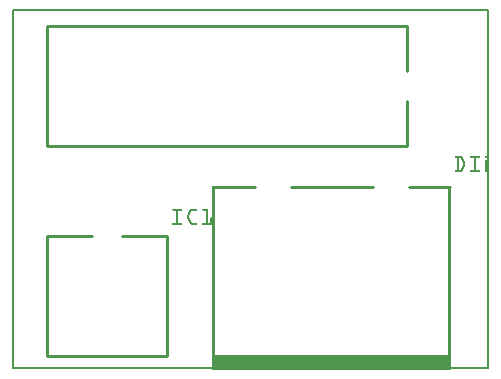
<source format=gto>
G04 MADE WITH FRITZING*
G04 WWW.FRITZING.ORG*
G04 DOUBLE SIDED*
G04 HOLES PLATED*
G04 CONTOUR ON CENTER OF CONTOUR VECTOR*
%ASAXBY*%
%FSLAX23Y23*%
%MOIN*%
%OFA0B0*%
%SFA1.0B1.0*%
%ADD10R,1.589550X1.201000X1.573550X1.185000*%
%ADD11C,0.008000*%
%ADD12C,0.010000*%
%ADD13C,0.015000*%
%ADD14R,0.001000X0.001000*%
%LNSILK1*%
G90*
G70*
G54D11*
X4Y1197D02*
X1586Y1197D01*
X1586Y4D01*
X4Y4D01*
X4Y1197D01*
D02*
G54D12*
X1316Y1146D02*
X116Y1146D01*
D02*
X116Y1146D02*
X116Y746D01*
D02*
X116Y746D02*
X1316Y746D01*
D02*
X1316Y1146D02*
X1316Y996D01*
D02*
X1316Y896D02*
X1316Y746D01*
D02*
X116Y446D02*
X116Y46D01*
D02*
X116Y46D02*
X516Y46D01*
D02*
X516Y46D02*
X516Y446D01*
D02*
X116Y446D02*
X266Y446D01*
D02*
X366Y446D02*
X516Y446D01*
D02*
X810Y610D02*
X673Y610D01*
D02*
X1460Y610D02*
X1322Y610D01*
D02*
X929Y610D02*
X1204Y610D01*
G54D13*
D02*
X678Y13D02*
X1455Y13D01*
D02*
X1455Y13D02*
X1455Y23D01*
D02*
X1455Y23D02*
X678Y23D01*
D02*
X678Y23D02*
X678Y33D01*
D02*
X678Y33D02*
X1455Y33D01*
D02*
X1455Y33D02*
X1455Y43D01*
D02*
X1455Y43D02*
X678Y43D01*
G54D14*
X1479Y712D02*
X1496Y712D01*
X1529Y712D02*
X1559Y712D01*
X1577Y712D02*
X1586Y712D01*
X1478Y711D02*
X1498Y711D01*
X1528Y711D02*
X1560Y711D01*
X1577Y711D02*
X1586Y711D01*
X1478Y710D02*
X1499Y710D01*
X1528Y710D02*
X1561Y710D01*
X1577Y710D02*
X1587Y710D01*
X1477Y709D02*
X1500Y709D01*
X1527Y709D02*
X1561Y709D01*
X1577Y709D02*
X1587Y709D01*
X1478Y708D02*
X1501Y708D01*
X1528Y708D02*
X1561Y708D01*
X1577Y708D02*
X1588Y708D01*
X1478Y707D02*
X1502Y707D01*
X1528Y707D02*
X1560Y707D01*
X1577Y707D02*
X1588Y707D01*
X1479Y706D02*
X1502Y706D01*
X1529Y706D02*
X1559Y706D01*
X1577Y706D02*
X1588Y706D01*
X1484Y705D02*
X1490Y705D01*
X1495Y705D02*
X1503Y705D01*
X1541Y705D02*
X1547Y705D01*
X1577Y705D02*
X1589Y705D01*
X1484Y704D02*
X1490Y704D01*
X1497Y704D02*
X1503Y704D01*
X1541Y704D02*
X1547Y704D01*
X1577Y704D02*
X1589Y704D01*
X1484Y703D02*
X1490Y703D01*
X1497Y703D02*
X1504Y703D01*
X1541Y703D02*
X1547Y703D01*
X1484Y702D02*
X1490Y702D01*
X1498Y702D02*
X1504Y702D01*
X1541Y702D02*
X1547Y702D01*
X1484Y701D02*
X1490Y701D01*
X1498Y701D02*
X1505Y701D01*
X1541Y701D02*
X1547Y701D01*
X1484Y700D02*
X1490Y700D01*
X1499Y700D02*
X1505Y700D01*
X1541Y700D02*
X1547Y700D01*
X1484Y699D02*
X1490Y699D01*
X1499Y699D02*
X1506Y699D01*
X1541Y699D02*
X1547Y699D01*
X1484Y698D02*
X1490Y698D01*
X1500Y698D02*
X1506Y698D01*
X1541Y698D02*
X1547Y698D01*
X1577Y698D02*
X1583Y698D01*
X1484Y697D02*
X1490Y697D01*
X1500Y697D02*
X1507Y697D01*
X1541Y697D02*
X1547Y697D01*
X1577Y697D02*
X1583Y697D01*
X1484Y696D02*
X1490Y696D01*
X1501Y696D02*
X1507Y696D01*
X1541Y696D02*
X1547Y696D01*
X1577Y696D02*
X1583Y696D01*
X1484Y695D02*
X1490Y695D01*
X1501Y695D02*
X1508Y695D01*
X1541Y695D02*
X1547Y695D01*
X1577Y695D02*
X1583Y695D01*
X1484Y694D02*
X1490Y694D01*
X1502Y694D02*
X1508Y694D01*
X1541Y694D02*
X1547Y694D01*
X1577Y694D02*
X1583Y694D01*
X1484Y693D02*
X1490Y693D01*
X1502Y693D02*
X1509Y693D01*
X1541Y693D02*
X1547Y693D01*
X1577Y693D02*
X1583Y693D01*
X1484Y692D02*
X1490Y692D01*
X1503Y692D02*
X1509Y692D01*
X1541Y692D02*
X1547Y692D01*
X1577Y692D02*
X1583Y692D01*
X1484Y691D02*
X1490Y691D01*
X1503Y691D02*
X1510Y691D01*
X1541Y691D02*
X1547Y691D01*
X1577Y691D02*
X1583Y691D01*
X1484Y690D02*
X1490Y690D01*
X1504Y690D02*
X1510Y690D01*
X1541Y690D02*
X1547Y690D01*
X1577Y690D02*
X1583Y690D01*
X1484Y689D02*
X1490Y689D01*
X1504Y689D02*
X1511Y689D01*
X1541Y689D02*
X1547Y689D01*
X1577Y689D02*
X1583Y689D01*
X1484Y688D02*
X1490Y688D01*
X1505Y688D02*
X1511Y688D01*
X1541Y688D02*
X1547Y688D01*
X1577Y688D02*
X1583Y688D01*
X1484Y687D02*
X1490Y687D01*
X1505Y687D02*
X1511Y687D01*
X1541Y687D02*
X1547Y687D01*
X1577Y687D02*
X1583Y687D01*
X1484Y686D02*
X1490Y686D01*
X1505Y686D02*
X1511Y686D01*
X1541Y686D02*
X1547Y686D01*
X1577Y686D02*
X1583Y686D01*
X1484Y685D02*
X1490Y685D01*
X1505Y685D02*
X1511Y685D01*
X1541Y685D02*
X1547Y685D01*
X1577Y685D02*
X1583Y685D01*
X1484Y684D02*
X1490Y684D01*
X1505Y684D02*
X1511Y684D01*
X1541Y684D02*
X1547Y684D01*
X1577Y684D02*
X1583Y684D01*
X1484Y683D02*
X1490Y683D01*
X1505Y683D02*
X1511Y683D01*
X1541Y683D02*
X1547Y683D01*
X1577Y683D02*
X1583Y683D01*
X1484Y682D02*
X1490Y682D01*
X1504Y682D02*
X1511Y682D01*
X1541Y682D02*
X1547Y682D01*
X1577Y682D02*
X1583Y682D01*
X1484Y681D02*
X1490Y681D01*
X1504Y681D02*
X1510Y681D01*
X1541Y681D02*
X1547Y681D01*
X1577Y681D02*
X1583Y681D01*
X1484Y680D02*
X1490Y680D01*
X1503Y680D02*
X1510Y680D01*
X1541Y680D02*
X1547Y680D01*
X1577Y680D02*
X1583Y680D01*
X1484Y679D02*
X1490Y679D01*
X1503Y679D02*
X1510Y679D01*
X1541Y679D02*
X1547Y679D01*
X1577Y679D02*
X1583Y679D01*
X1484Y678D02*
X1490Y678D01*
X1502Y678D02*
X1509Y678D01*
X1541Y678D02*
X1547Y678D01*
X1577Y678D02*
X1583Y678D01*
X1484Y677D02*
X1490Y677D01*
X1502Y677D02*
X1509Y677D01*
X1541Y677D02*
X1547Y677D01*
X1577Y677D02*
X1583Y677D01*
X1484Y676D02*
X1490Y676D01*
X1501Y676D02*
X1508Y676D01*
X1541Y676D02*
X1547Y676D01*
X1577Y676D02*
X1583Y676D01*
X1484Y675D02*
X1490Y675D01*
X1501Y675D02*
X1508Y675D01*
X1541Y675D02*
X1547Y675D01*
X1577Y675D02*
X1583Y675D01*
X1484Y674D02*
X1490Y674D01*
X1500Y674D02*
X1507Y674D01*
X1541Y674D02*
X1547Y674D01*
X1577Y674D02*
X1583Y674D01*
X1484Y673D02*
X1490Y673D01*
X1500Y673D02*
X1507Y673D01*
X1541Y673D02*
X1547Y673D01*
X1577Y673D02*
X1583Y673D01*
X1484Y672D02*
X1490Y672D01*
X1499Y672D02*
X1506Y672D01*
X1541Y672D02*
X1547Y672D01*
X1577Y672D02*
X1583Y672D01*
X1484Y671D02*
X1490Y671D01*
X1499Y671D02*
X1506Y671D01*
X1541Y671D02*
X1547Y671D01*
X1577Y671D02*
X1583Y671D01*
X1484Y670D02*
X1490Y670D01*
X1498Y670D02*
X1505Y670D01*
X1541Y670D02*
X1547Y670D01*
X1577Y670D02*
X1583Y670D01*
X1484Y669D02*
X1490Y669D01*
X1498Y669D02*
X1505Y669D01*
X1541Y669D02*
X1547Y669D01*
X1577Y669D02*
X1583Y669D01*
X1484Y668D02*
X1490Y668D01*
X1497Y668D02*
X1504Y668D01*
X1541Y668D02*
X1547Y668D01*
X1577Y668D02*
X1583Y668D01*
X1484Y667D02*
X1490Y667D01*
X1497Y667D02*
X1504Y667D01*
X1541Y667D02*
X1547Y667D01*
X1577Y667D02*
X1583Y667D01*
X1484Y666D02*
X1490Y666D01*
X1496Y666D02*
X1503Y666D01*
X1541Y666D02*
X1547Y666D01*
X1577Y666D02*
X1583Y666D01*
X1480Y665D02*
X1503Y665D01*
X1530Y665D02*
X1559Y665D01*
X1577Y665D02*
X1583Y665D01*
X1478Y664D02*
X1502Y664D01*
X1528Y664D02*
X1560Y664D01*
X1577Y664D02*
X1583Y664D01*
X1478Y663D02*
X1502Y663D01*
X1528Y663D02*
X1561Y663D01*
X1577Y663D02*
X1583Y663D01*
X1477Y662D02*
X1501Y662D01*
X1527Y662D02*
X1561Y662D01*
X1577Y662D02*
X1583Y662D01*
X1478Y661D02*
X1500Y661D01*
X1527Y661D02*
X1561Y661D01*
X1577Y661D02*
X1583Y661D01*
X1478Y660D02*
X1499Y660D01*
X1528Y660D02*
X1560Y660D01*
X1578Y660D02*
X1583Y660D01*
X1479Y659D02*
X1497Y659D01*
X1529Y659D02*
X1560Y659D01*
X1579Y659D02*
X1582Y659D01*
X667Y610D02*
X676Y610D01*
X1455Y610D02*
X1464Y610D01*
X667Y609D02*
X676Y609D01*
X1455Y609D02*
X1464Y609D01*
X667Y608D02*
X676Y608D01*
X1455Y608D02*
X1464Y608D01*
X667Y607D02*
X676Y607D01*
X1455Y607D02*
X1464Y607D01*
X667Y606D02*
X676Y606D01*
X1455Y606D02*
X1464Y606D01*
X667Y605D02*
X676Y605D01*
X1455Y605D02*
X1464Y605D01*
X667Y604D02*
X676Y604D01*
X1455Y604D02*
X1464Y604D01*
X667Y603D02*
X676Y603D01*
X1455Y603D02*
X1464Y603D01*
X667Y602D02*
X676Y602D01*
X1455Y602D02*
X1464Y602D01*
X667Y601D02*
X676Y601D01*
X1455Y601D02*
X1464Y601D01*
X667Y600D02*
X676Y600D01*
X1455Y600D02*
X1464Y600D01*
X667Y599D02*
X676Y599D01*
X1455Y599D02*
X1464Y599D01*
X667Y598D02*
X676Y598D01*
X1455Y598D02*
X1464Y598D01*
X667Y597D02*
X676Y597D01*
X1455Y597D02*
X1464Y597D01*
X667Y596D02*
X676Y596D01*
X1455Y596D02*
X1464Y596D01*
X667Y595D02*
X676Y595D01*
X1455Y595D02*
X1464Y595D01*
X667Y594D02*
X676Y594D01*
X1455Y594D02*
X1464Y594D01*
X667Y593D02*
X676Y593D01*
X1455Y593D02*
X1464Y593D01*
X667Y592D02*
X676Y592D01*
X1455Y592D02*
X1464Y592D01*
X667Y591D02*
X676Y591D01*
X1455Y591D02*
X1464Y591D01*
X667Y590D02*
X676Y590D01*
X1455Y590D02*
X1464Y590D01*
X667Y589D02*
X676Y589D01*
X1455Y589D02*
X1464Y589D01*
X667Y588D02*
X676Y588D01*
X1455Y588D02*
X1464Y588D01*
X667Y587D02*
X676Y587D01*
X1455Y587D02*
X1464Y587D01*
X667Y586D02*
X676Y586D01*
X1455Y586D02*
X1464Y586D01*
X667Y585D02*
X676Y585D01*
X1455Y585D02*
X1464Y585D01*
X667Y584D02*
X676Y584D01*
X1455Y584D02*
X1464Y584D01*
X667Y583D02*
X676Y583D01*
X1455Y583D02*
X1464Y583D01*
X667Y582D02*
X676Y582D01*
X1455Y582D02*
X1464Y582D01*
X667Y581D02*
X676Y581D01*
X1455Y581D02*
X1464Y581D01*
X667Y580D02*
X676Y580D01*
X1455Y580D02*
X1464Y580D01*
X667Y579D02*
X676Y579D01*
X1455Y579D02*
X1464Y579D01*
X667Y578D02*
X676Y578D01*
X1455Y578D02*
X1464Y578D01*
X667Y577D02*
X676Y577D01*
X1455Y577D02*
X1464Y577D01*
X667Y576D02*
X676Y576D01*
X1455Y576D02*
X1464Y576D01*
X667Y575D02*
X676Y575D01*
X1455Y575D02*
X1464Y575D01*
X667Y574D02*
X676Y574D01*
X1455Y574D02*
X1464Y574D01*
X667Y573D02*
X676Y573D01*
X1455Y573D02*
X1464Y573D01*
X667Y572D02*
X676Y572D01*
X1455Y572D02*
X1464Y572D01*
X667Y571D02*
X676Y571D01*
X1455Y571D02*
X1464Y571D01*
X667Y570D02*
X676Y570D01*
X1455Y570D02*
X1464Y570D01*
X667Y569D02*
X676Y569D01*
X1455Y569D02*
X1464Y569D01*
X667Y568D02*
X676Y568D01*
X1455Y568D02*
X1464Y568D01*
X667Y567D02*
X676Y567D01*
X1455Y567D02*
X1464Y567D01*
X667Y566D02*
X676Y566D01*
X1455Y566D02*
X1464Y566D01*
X667Y565D02*
X676Y565D01*
X1455Y565D02*
X1464Y565D01*
X667Y564D02*
X676Y564D01*
X1455Y564D02*
X1464Y564D01*
X667Y563D02*
X676Y563D01*
X1455Y563D02*
X1464Y563D01*
X667Y562D02*
X676Y562D01*
X1455Y562D02*
X1464Y562D01*
X667Y561D02*
X676Y561D01*
X1455Y561D02*
X1464Y561D01*
X667Y560D02*
X676Y560D01*
X1455Y560D02*
X1464Y560D01*
X667Y559D02*
X676Y559D01*
X1455Y559D02*
X1464Y559D01*
X667Y558D02*
X676Y558D01*
X1455Y558D02*
X1464Y558D01*
X667Y557D02*
X676Y557D01*
X1455Y557D02*
X1464Y557D01*
X667Y556D02*
X676Y556D01*
X1455Y556D02*
X1464Y556D01*
X667Y555D02*
X676Y555D01*
X1455Y555D02*
X1464Y555D01*
X667Y554D02*
X676Y554D01*
X1455Y554D02*
X1464Y554D01*
X667Y553D02*
X676Y553D01*
X1455Y553D02*
X1464Y553D01*
X667Y552D02*
X676Y552D01*
X1455Y552D02*
X1464Y552D01*
X667Y551D02*
X676Y551D01*
X1455Y551D02*
X1464Y551D01*
X667Y550D02*
X676Y550D01*
X1455Y550D02*
X1464Y550D01*
X667Y549D02*
X676Y549D01*
X1455Y549D02*
X1464Y549D01*
X667Y548D02*
X676Y548D01*
X1455Y548D02*
X1464Y548D01*
X667Y547D02*
X676Y547D01*
X1455Y547D02*
X1464Y547D01*
X667Y546D02*
X676Y546D01*
X1455Y546D02*
X1464Y546D01*
X667Y545D02*
X676Y545D01*
X1455Y545D02*
X1464Y545D01*
X667Y544D02*
X676Y544D01*
X1455Y544D02*
X1464Y544D01*
X667Y543D02*
X676Y543D01*
X1455Y543D02*
X1464Y543D01*
X667Y542D02*
X676Y542D01*
X1455Y542D02*
X1464Y542D01*
X667Y541D02*
X676Y541D01*
X1455Y541D02*
X1464Y541D01*
X667Y540D02*
X676Y540D01*
X1455Y540D02*
X1464Y540D01*
X667Y539D02*
X676Y539D01*
X1455Y539D02*
X1464Y539D01*
X667Y538D02*
X676Y538D01*
X1455Y538D02*
X1464Y538D01*
X667Y537D02*
X676Y537D01*
X1455Y537D02*
X1464Y537D01*
X536Y536D02*
X566Y536D01*
X599Y536D02*
X616Y536D01*
X636Y536D02*
X654Y536D01*
X667Y536D02*
X676Y536D01*
X1455Y536D02*
X1464Y536D01*
X535Y535D02*
X567Y535D01*
X597Y535D02*
X617Y535D01*
X635Y535D02*
X654Y535D01*
X667Y535D02*
X676Y535D01*
X1455Y535D02*
X1464Y535D01*
X534Y534D02*
X567Y534D01*
X595Y534D02*
X617Y534D01*
X634Y534D02*
X654Y534D01*
X667Y534D02*
X676Y534D01*
X1455Y534D02*
X1464Y534D01*
X534Y533D02*
X568Y533D01*
X594Y533D02*
X618Y533D01*
X634Y533D02*
X654Y533D01*
X667Y533D02*
X676Y533D01*
X1455Y533D02*
X1464Y533D01*
X534Y532D02*
X567Y532D01*
X593Y532D02*
X617Y532D01*
X634Y532D02*
X654Y532D01*
X667Y532D02*
X676Y532D01*
X1455Y532D02*
X1464Y532D01*
X535Y531D02*
X567Y531D01*
X593Y531D02*
X617Y531D01*
X635Y531D02*
X654Y531D01*
X667Y531D02*
X676Y531D01*
X1455Y531D02*
X1464Y531D01*
X536Y530D02*
X566Y530D01*
X592Y530D02*
X616Y530D01*
X636Y530D02*
X654Y530D01*
X667Y530D02*
X676Y530D01*
X1455Y530D02*
X1464Y530D01*
X548Y529D02*
X554Y529D01*
X592Y529D02*
X599Y529D01*
X648Y529D02*
X654Y529D01*
X667Y529D02*
X676Y529D01*
X1455Y529D02*
X1464Y529D01*
X548Y528D02*
X554Y528D01*
X591Y528D02*
X598Y528D01*
X648Y528D02*
X654Y528D01*
X667Y528D02*
X676Y528D01*
X1455Y528D02*
X1464Y528D01*
X548Y527D02*
X554Y527D01*
X591Y527D02*
X598Y527D01*
X648Y527D02*
X654Y527D01*
X667Y527D02*
X676Y527D01*
X1455Y527D02*
X1464Y527D01*
X548Y526D02*
X554Y526D01*
X590Y526D02*
X597Y526D01*
X648Y526D02*
X654Y526D01*
X667Y526D02*
X676Y526D01*
X1455Y526D02*
X1464Y526D01*
X548Y525D02*
X554Y525D01*
X590Y525D02*
X597Y525D01*
X648Y525D02*
X654Y525D01*
X667Y525D02*
X676Y525D01*
X1455Y525D02*
X1464Y525D01*
X548Y524D02*
X554Y524D01*
X589Y524D02*
X596Y524D01*
X648Y524D02*
X654Y524D01*
X667Y524D02*
X676Y524D01*
X1455Y524D02*
X1464Y524D01*
X548Y523D02*
X554Y523D01*
X589Y523D02*
X596Y523D01*
X648Y523D02*
X654Y523D01*
X667Y523D02*
X676Y523D01*
X1455Y523D02*
X1464Y523D01*
X548Y522D02*
X554Y522D01*
X588Y522D02*
X595Y522D01*
X648Y522D02*
X654Y522D01*
X667Y522D02*
X676Y522D01*
X1455Y522D02*
X1464Y522D01*
X548Y521D02*
X554Y521D01*
X588Y521D02*
X595Y521D01*
X648Y521D02*
X654Y521D01*
X667Y521D02*
X676Y521D01*
X1455Y521D02*
X1464Y521D01*
X548Y520D02*
X554Y520D01*
X587Y520D02*
X594Y520D01*
X648Y520D02*
X654Y520D01*
X667Y520D02*
X676Y520D01*
X1455Y520D02*
X1464Y520D01*
X548Y519D02*
X554Y519D01*
X587Y519D02*
X594Y519D01*
X648Y519D02*
X654Y519D01*
X667Y519D02*
X676Y519D01*
X1455Y519D02*
X1464Y519D01*
X548Y518D02*
X554Y518D01*
X586Y518D02*
X593Y518D01*
X648Y518D02*
X654Y518D01*
X667Y518D02*
X676Y518D01*
X1455Y518D02*
X1464Y518D01*
X548Y517D02*
X554Y517D01*
X586Y517D02*
X593Y517D01*
X648Y517D02*
X654Y517D01*
X667Y517D02*
X676Y517D01*
X1455Y517D02*
X1464Y517D01*
X548Y516D02*
X554Y516D01*
X585Y516D02*
X592Y516D01*
X648Y516D02*
X654Y516D01*
X667Y516D02*
X676Y516D01*
X1455Y516D02*
X1464Y516D01*
X548Y515D02*
X554Y515D01*
X585Y515D02*
X592Y515D01*
X648Y515D02*
X654Y515D01*
X667Y515D02*
X676Y515D01*
X1455Y515D02*
X1464Y515D01*
X548Y514D02*
X554Y514D01*
X585Y514D02*
X591Y514D01*
X648Y514D02*
X654Y514D01*
X667Y514D02*
X676Y514D01*
X1455Y514D02*
X1464Y514D01*
X548Y513D02*
X554Y513D01*
X584Y513D02*
X591Y513D01*
X648Y513D02*
X654Y513D01*
X667Y513D02*
X676Y513D01*
X1455Y513D02*
X1464Y513D01*
X548Y512D02*
X554Y512D01*
X584Y512D02*
X590Y512D01*
X648Y512D02*
X654Y512D01*
X667Y512D02*
X676Y512D01*
X1455Y512D02*
X1464Y512D01*
X548Y511D02*
X554Y511D01*
X584Y511D02*
X590Y511D01*
X648Y511D02*
X654Y511D01*
X667Y511D02*
X676Y511D01*
X1455Y511D02*
X1464Y511D01*
X548Y510D02*
X554Y510D01*
X584Y510D02*
X590Y510D01*
X648Y510D02*
X654Y510D01*
X667Y510D02*
X676Y510D01*
X1455Y510D02*
X1464Y510D01*
X548Y509D02*
X554Y509D01*
X584Y509D02*
X590Y509D01*
X648Y509D02*
X654Y509D01*
X667Y509D02*
X676Y509D01*
X1455Y509D02*
X1464Y509D01*
X548Y508D02*
X554Y508D01*
X584Y508D02*
X590Y508D01*
X648Y508D02*
X654Y508D01*
X667Y508D02*
X676Y508D01*
X1455Y508D02*
X1464Y508D01*
X548Y507D02*
X554Y507D01*
X584Y507D02*
X590Y507D01*
X648Y507D02*
X654Y507D01*
X664Y507D02*
X665Y507D01*
X667Y507D02*
X676Y507D01*
X1455Y507D02*
X1464Y507D01*
X548Y506D02*
X554Y506D01*
X584Y506D02*
X591Y506D01*
X648Y506D02*
X654Y506D01*
X663Y506D02*
X676Y506D01*
X1455Y506D02*
X1464Y506D01*
X548Y505D02*
X554Y505D01*
X585Y505D02*
X591Y505D01*
X648Y505D02*
X654Y505D01*
X662Y505D02*
X676Y505D01*
X1455Y505D02*
X1464Y505D01*
X548Y504D02*
X554Y504D01*
X585Y504D02*
X592Y504D01*
X648Y504D02*
X654Y504D01*
X662Y504D02*
X676Y504D01*
X1455Y504D02*
X1464Y504D01*
X548Y503D02*
X554Y503D01*
X585Y503D02*
X592Y503D01*
X648Y503D02*
X654Y503D01*
X662Y503D02*
X676Y503D01*
X1455Y503D02*
X1464Y503D01*
X548Y502D02*
X554Y502D01*
X586Y502D02*
X593Y502D01*
X648Y502D02*
X654Y502D01*
X662Y502D02*
X676Y502D01*
X1455Y502D02*
X1464Y502D01*
X548Y501D02*
X554Y501D01*
X586Y501D02*
X593Y501D01*
X648Y501D02*
X654Y501D01*
X662Y501D02*
X676Y501D01*
X1455Y501D02*
X1464Y501D01*
X548Y500D02*
X554Y500D01*
X587Y500D02*
X594Y500D01*
X648Y500D02*
X654Y500D01*
X662Y500D02*
X676Y500D01*
X1455Y500D02*
X1464Y500D01*
X548Y499D02*
X554Y499D01*
X587Y499D02*
X594Y499D01*
X648Y499D02*
X654Y499D01*
X662Y499D02*
X676Y499D01*
X1455Y499D02*
X1464Y499D01*
X548Y498D02*
X554Y498D01*
X588Y498D02*
X595Y498D01*
X648Y498D02*
X654Y498D01*
X662Y498D02*
X676Y498D01*
X1455Y498D02*
X1464Y498D01*
X548Y497D02*
X554Y497D01*
X588Y497D02*
X595Y497D01*
X648Y497D02*
X654Y497D01*
X662Y497D02*
X676Y497D01*
X1455Y497D02*
X1464Y497D01*
X548Y496D02*
X554Y496D01*
X589Y496D02*
X596Y496D01*
X648Y496D02*
X654Y496D01*
X662Y496D02*
X676Y496D01*
X1455Y496D02*
X1464Y496D01*
X548Y495D02*
X554Y495D01*
X589Y495D02*
X596Y495D01*
X648Y495D02*
X654Y495D01*
X662Y495D02*
X676Y495D01*
X1455Y495D02*
X1464Y495D01*
X548Y494D02*
X554Y494D01*
X590Y494D02*
X597Y494D01*
X648Y494D02*
X654Y494D01*
X662Y494D02*
X676Y494D01*
X1455Y494D02*
X1464Y494D01*
X548Y493D02*
X554Y493D01*
X590Y493D02*
X597Y493D01*
X648Y493D02*
X654Y493D01*
X662Y493D02*
X676Y493D01*
X1455Y493D02*
X1464Y493D01*
X548Y492D02*
X554Y492D01*
X591Y492D02*
X598Y492D01*
X648Y492D02*
X654Y492D01*
X662Y492D02*
X676Y492D01*
X1455Y492D02*
X1464Y492D01*
X548Y491D02*
X554Y491D01*
X591Y491D02*
X598Y491D01*
X648Y491D02*
X654Y491D01*
X662Y491D02*
X676Y491D01*
X1455Y491D02*
X1464Y491D01*
X548Y490D02*
X554Y490D01*
X592Y490D02*
X599Y490D01*
X648Y490D02*
X654Y490D01*
X662Y490D02*
X676Y490D01*
X1455Y490D02*
X1464Y490D01*
X536Y489D02*
X566Y489D01*
X592Y489D02*
X616Y489D01*
X636Y489D02*
X676Y489D01*
X1455Y489D02*
X1464Y489D01*
X535Y488D02*
X567Y488D01*
X593Y488D02*
X617Y488D01*
X635Y488D02*
X676Y488D01*
X1455Y488D02*
X1464Y488D01*
X534Y487D02*
X567Y487D01*
X593Y487D02*
X617Y487D01*
X634Y487D02*
X676Y487D01*
X1455Y487D02*
X1464Y487D01*
X534Y486D02*
X568Y486D01*
X594Y486D02*
X618Y486D01*
X634Y486D02*
X676Y486D01*
X1455Y486D02*
X1464Y486D01*
X534Y485D02*
X568Y485D01*
X595Y485D02*
X617Y485D01*
X634Y485D02*
X676Y485D01*
X1455Y485D02*
X1464Y485D01*
X535Y484D02*
X567Y484D01*
X597Y484D02*
X617Y484D01*
X635Y484D02*
X676Y484D01*
X1455Y484D02*
X1464Y484D01*
X535Y483D02*
X566Y483D01*
X598Y483D02*
X616Y483D01*
X635Y483D02*
X676Y483D01*
X1455Y483D02*
X1464Y483D01*
X667Y482D02*
X676Y482D01*
X1455Y482D02*
X1464Y482D01*
X667Y481D02*
X676Y481D01*
X1455Y481D02*
X1464Y481D01*
X667Y480D02*
X676Y480D01*
X1455Y480D02*
X1464Y480D01*
X667Y479D02*
X676Y479D01*
X1455Y479D02*
X1464Y479D01*
X667Y478D02*
X676Y478D01*
X1455Y478D02*
X1464Y478D01*
X667Y477D02*
X676Y477D01*
X1455Y477D02*
X1464Y477D01*
X667Y476D02*
X676Y476D01*
X1455Y476D02*
X1464Y476D01*
X667Y475D02*
X676Y475D01*
X1455Y475D02*
X1464Y475D01*
X667Y474D02*
X676Y474D01*
X1455Y474D02*
X1464Y474D01*
X667Y473D02*
X676Y473D01*
X1455Y473D02*
X1464Y473D01*
X667Y472D02*
X676Y472D01*
X1455Y472D02*
X1464Y472D01*
X667Y471D02*
X676Y471D01*
X1455Y471D02*
X1464Y471D01*
X667Y470D02*
X676Y470D01*
X1455Y470D02*
X1464Y470D01*
X667Y469D02*
X676Y469D01*
X1455Y469D02*
X1464Y469D01*
X667Y468D02*
X676Y468D01*
X1455Y468D02*
X1464Y468D01*
X667Y467D02*
X676Y467D01*
X1455Y467D02*
X1464Y467D01*
X667Y466D02*
X676Y466D01*
X1455Y466D02*
X1464Y466D01*
X667Y465D02*
X676Y465D01*
X1455Y465D02*
X1464Y465D01*
X667Y464D02*
X676Y464D01*
X1455Y464D02*
X1464Y464D01*
X667Y463D02*
X676Y463D01*
X1455Y463D02*
X1464Y463D01*
X667Y462D02*
X676Y462D01*
X1455Y462D02*
X1464Y462D01*
X667Y461D02*
X676Y461D01*
X1455Y461D02*
X1464Y461D01*
X667Y460D02*
X676Y460D01*
X1455Y460D02*
X1464Y460D01*
X667Y459D02*
X676Y459D01*
X1455Y459D02*
X1464Y459D01*
X667Y458D02*
X676Y458D01*
X1455Y458D02*
X1464Y458D01*
X667Y457D02*
X676Y457D01*
X1455Y457D02*
X1464Y457D01*
X667Y456D02*
X676Y456D01*
X1455Y456D02*
X1464Y456D01*
X667Y455D02*
X676Y455D01*
X1455Y455D02*
X1464Y455D01*
X667Y454D02*
X676Y454D01*
X1455Y454D02*
X1464Y454D01*
X667Y453D02*
X676Y453D01*
X1455Y453D02*
X1464Y453D01*
X667Y452D02*
X676Y452D01*
X1455Y452D02*
X1464Y452D01*
X667Y451D02*
X676Y451D01*
X1455Y451D02*
X1464Y451D01*
X667Y450D02*
X676Y450D01*
X1455Y450D02*
X1464Y450D01*
X667Y449D02*
X676Y449D01*
X1455Y449D02*
X1464Y449D01*
X667Y448D02*
X676Y448D01*
X1455Y448D02*
X1464Y448D01*
X667Y447D02*
X676Y447D01*
X1455Y447D02*
X1464Y447D01*
X667Y446D02*
X676Y446D01*
X1455Y446D02*
X1464Y446D01*
X667Y445D02*
X676Y445D01*
X1455Y445D02*
X1464Y445D01*
X667Y444D02*
X676Y444D01*
X1455Y444D02*
X1464Y444D01*
X667Y443D02*
X676Y443D01*
X1455Y443D02*
X1464Y443D01*
X667Y442D02*
X676Y442D01*
X1455Y442D02*
X1464Y442D01*
X667Y441D02*
X676Y441D01*
X1455Y441D02*
X1464Y441D01*
X667Y440D02*
X676Y440D01*
X1455Y440D02*
X1464Y440D01*
X667Y439D02*
X676Y439D01*
X1455Y439D02*
X1464Y439D01*
X667Y438D02*
X676Y438D01*
X1455Y438D02*
X1464Y438D01*
X667Y437D02*
X676Y437D01*
X1455Y437D02*
X1464Y437D01*
X667Y436D02*
X676Y436D01*
X1455Y436D02*
X1464Y436D01*
X667Y435D02*
X676Y435D01*
X1455Y435D02*
X1464Y435D01*
X667Y434D02*
X676Y434D01*
X1455Y434D02*
X1464Y434D01*
X667Y433D02*
X676Y433D01*
X1455Y433D02*
X1464Y433D01*
X667Y432D02*
X676Y432D01*
X1455Y432D02*
X1464Y432D01*
X667Y431D02*
X676Y431D01*
X1455Y431D02*
X1464Y431D01*
X667Y430D02*
X676Y430D01*
X1455Y430D02*
X1464Y430D01*
X667Y429D02*
X676Y429D01*
X1455Y429D02*
X1464Y429D01*
X667Y428D02*
X676Y428D01*
X1455Y428D02*
X1464Y428D01*
X667Y427D02*
X676Y427D01*
X1455Y427D02*
X1464Y427D01*
X667Y426D02*
X676Y426D01*
X1455Y426D02*
X1464Y426D01*
X667Y425D02*
X676Y425D01*
X1455Y425D02*
X1464Y425D01*
X667Y424D02*
X676Y424D01*
X1455Y424D02*
X1464Y424D01*
X667Y423D02*
X676Y423D01*
X1455Y423D02*
X1464Y423D01*
X667Y422D02*
X676Y422D01*
X1455Y422D02*
X1464Y422D01*
X667Y421D02*
X676Y421D01*
X1455Y421D02*
X1464Y421D01*
X667Y420D02*
X676Y420D01*
X1455Y420D02*
X1464Y420D01*
X667Y419D02*
X676Y419D01*
X1455Y419D02*
X1464Y419D01*
X667Y418D02*
X676Y418D01*
X1455Y418D02*
X1464Y418D01*
X667Y417D02*
X676Y417D01*
X1455Y417D02*
X1464Y417D01*
X667Y416D02*
X676Y416D01*
X1455Y416D02*
X1464Y416D01*
X667Y415D02*
X676Y415D01*
X1455Y415D02*
X1464Y415D01*
X667Y414D02*
X676Y414D01*
X1455Y414D02*
X1464Y414D01*
X667Y413D02*
X676Y413D01*
X1455Y413D02*
X1464Y413D01*
X667Y412D02*
X676Y412D01*
X1455Y412D02*
X1464Y412D01*
X667Y411D02*
X676Y411D01*
X1455Y411D02*
X1464Y411D01*
X667Y410D02*
X676Y410D01*
X1455Y410D02*
X1464Y410D01*
X667Y409D02*
X676Y409D01*
X1455Y409D02*
X1464Y409D01*
X667Y408D02*
X676Y408D01*
X1455Y408D02*
X1464Y408D01*
X667Y407D02*
X676Y407D01*
X1455Y407D02*
X1464Y407D01*
X667Y406D02*
X676Y406D01*
X1455Y406D02*
X1464Y406D01*
X667Y405D02*
X676Y405D01*
X1455Y405D02*
X1464Y405D01*
X667Y404D02*
X676Y404D01*
X1455Y404D02*
X1464Y404D01*
X667Y403D02*
X676Y403D01*
X1455Y403D02*
X1464Y403D01*
X667Y402D02*
X676Y402D01*
X1455Y402D02*
X1464Y402D01*
X667Y401D02*
X676Y401D01*
X1455Y401D02*
X1464Y401D01*
X667Y400D02*
X676Y400D01*
X1455Y400D02*
X1464Y400D01*
X667Y399D02*
X676Y399D01*
X1455Y399D02*
X1464Y399D01*
X667Y398D02*
X676Y398D01*
X1455Y398D02*
X1464Y398D01*
X667Y397D02*
X676Y397D01*
X1455Y397D02*
X1464Y397D01*
X667Y396D02*
X676Y396D01*
X1455Y396D02*
X1464Y396D01*
X667Y395D02*
X676Y395D01*
X1455Y395D02*
X1464Y395D01*
X667Y394D02*
X676Y394D01*
X1455Y394D02*
X1464Y394D01*
X667Y393D02*
X676Y393D01*
X1455Y393D02*
X1464Y393D01*
X667Y392D02*
X676Y392D01*
X1455Y392D02*
X1464Y392D01*
X667Y391D02*
X676Y391D01*
X1455Y391D02*
X1464Y391D01*
X667Y390D02*
X676Y390D01*
X1455Y390D02*
X1464Y390D01*
X667Y389D02*
X676Y389D01*
X1455Y389D02*
X1464Y389D01*
X667Y388D02*
X676Y388D01*
X1455Y388D02*
X1464Y388D01*
X667Y387D02*
X676Y387D01*
X1455Y387D02*
X1464Y387D01*
X667Y386D02*
X676Y386D01*
X1455Y386D02*
X1464Y386D01*
X667Y385D02*
X676Y385D01*
X1455Y385D02*
X1464Y385D01*
X667Y384D02*
X676Y384D01*
X1455Y384D02*
X1464Y384D01*
X667Y383D02*
X676Y383D01*
X1455Y383D02*
X1464Y383D01*
X667Y382D02*
X676Y382D01*
X1455Y382D02*
X1464Y382D01*
X667Y381D02*
X676Y381D01*
X1455Y381D02*
X1464Y381D01*
X667Y380D02*
X676Y380D01*
X1455Y380D02*
X1464Y380D01*
X667Y379D02*
X676Y379D01*
X1455Y379D02*
X1464Y379D01*
X667Y378D02*
X676Y378D01*
X1455Y378D02*
X1464Y378D01*
X667Y377D02*
X676Y377D01*
X1455Y377D02*
X1464Y377D01*
X667Y376D02*
X676Y376D01*
X1455Y376D02*
X1464Y376D01*
X667Y375D02*
X676Y375D01*
X1455Y375D02*
X1464Y375D01*
X667Y374D02*
X676Y374D01*
X1455Y374D02*
X1464Y374D01*
X667Y373D02*
X676Y373D01*
X1455Y373D02*
X1464Y373D01*
X667Y372D02*
X676Y372D01*
X1455Y372D02*
X1464Y372D01*
X667Y371D02*
X676Y371D01*
X1455Y371D02*
X1464Y371D01*
X667Y370D02*
X676Y370D01*
X1455Y370D02*
X1464Y370D01*
X667Y369D02*
X676Y369D01*
X1455Y369D02*
X1464Y369D01*
X667Y368D02*
X676Y368D01*
X1455Y368D02*
X1464Y368D01*
X667Y367D02*
X676Y367D01*
X1455Y367D02*
X1464Y367D01*
X667Y366D02*
X676Y366D01*
X1455Y366D02*
X1464Y366D01*
X667Y365D02*
X676Y365D01*
X1455Y365D02*
X1464Y365D01*
X667Y364D02*
X676Y364D01*
X1455Y364D02*
X1464Y364D01*
X667Y363D02*
X676Y363D01*
X1455Y363D02*
X1464Y363D01*
X667Y362D02*
X676Y362D01*
X1455Y362D02*
X1464Y362D01*
X667Y361D02*
X676Y361D01*
X1455Y361D02*
X1464Y361D01*
X667Y360D02*
X676Y360D01*
X1455Y360D02*
X1464Y360D01*
X667Y359D02*
X676Y359D01*
X1455Y359D02*
X1464Y359D01*
X667Y358D02*
X676Y358D01*
X1455Y358D02*
X1464Y358D01*
X667Y357D02*
X676Y357D01*
X1455Y357D02*
X1464Y357D01*
X667Y356D02*
X676Y356D01*
X1455Y356D02*
X1464Y356D01*
X667Y355D02*
X676Y355D01*
X1455Y355D02*
X1464Y355D01*
X667Y354D02*
X676Y354D01*
X1455Y354D02*
X1464Y354D01*
X667Y353D02*
X676Y353D01*
X1455Y353D02*
X1464Y353D01*
X667Y352D02*
X676Y352D01*
X1455Y352D02*
X1464Y352D01*
X667Y351D02*
X676Y351D01*
X1455Y351D02*
X1464Y351D01*
X667Y350D02*
X676Y350D01*
X1455Y350D02*
X1464Y350D01*
X667Y349D02*
X676Y349D01*
X1455Y349D02*
X1464Y349D01*
X667Y348D02*
X676Y348D01*
X1455Y348D02*
X1464Y348D01*
X667Y347D02*
X676Y347D01*
X1455Y347D02*
X1464Y347D01*
X667Y346D02*
X676Y346D01*
X1455Y346D02*
X1464Y346D01*
X667Y345D02*
X676Y345D01*
X1455Y345D02*
X1464Y345D01*
X667Y344D02*
X676Y344D01*
X1455Y344D02*
X1464Y344D01*
X667Y343D02*
X676Y343D01*
X1455Y343D02*
X1464Y343D01*
X667Y342D02*
X676Y342D01*
X1455Y342D02*
X1464Y342D01*
X667Y341D02*
X676Y341D01*
X1455Y341D02*
X1464Y341D01*
X667Y340D02*
X676Y340D01*
X1455Y340D02*
X1464Y340D01*
X667Y339D02*
X676Y339D01*
X1455Y339D02*
X1464Y339D01*
X667Y338D02*
X676Y338D01*
X1455Y338D02*
X1464Y338D01*
X667Y337D02*
X676Y337D01*
X1455Y337D02*
X1464Y337D01*
X667Y336D02*
X676Y336D01*
X1455Y336D02*
X1464Y336D01*
X667Y335D02*
X676Y335D01*
X1455Y335D02*
X1464Y335D01*
X667Y334D02*
X676Y334D01*
X1455Y334D02*
X1464Y334D01*
X667Y333D02*
X676Y333D01*
X1455Y333D02*
X1464Y333D01*
X667Y332D02*
X676Y332D01*
X1455Y332D02*
X1464Y332D01*
X667Y331D02*
X676Y331D01*
X1455Y331D02*
X1464Y331D01*
X667Y330D02*
X676Y330D01*
X1455Y330D02*
X1464Y330D01*
X667Y329D02*
X676Y329D01*
X1455Y329D02*
X1464Y329D01*
X667Y328D02*
X676Y328D01*
X1455Y328D02*
X1464Y328D01*
X667Y327D02*
X676Y327D01*
X1455Y327D02*
X1464Y327D01*
X667Y326D02*
X676Y326D01*
X1455Y326D02*
X1464Y326D01*
X667Y325D02*
X676Y325D01*
X1455Y325D02*
X1464Y325D01*
X667Y324D02*
X676Y324D01*
X1455Y324D02*
X1464Y324D01*
X667Y323D02*
X676Y323D01*
X1455Y323D02*
X1464Y323D01*
X667Y322D02*
X676Y322D01*
X1455Y322D02*
X1464Y322D01*
X667Y321D02*
X676Y321D01*
X1455Y321D02*
X1464Y321D01*
X667Y320D02*
X676Y320D01*
X1455Y320D02*
X1464Y320D01*
X667Y319D02*
X676Y319D01*
X1455Y319D02*
X1464Y319D01*
X667Y318D02*
X676Y318D01*
X1455Y318D02*
X1464Y318D01*
X667Y317D02*
X676Y317D01*
X1455Y317D02*
X1464Y317D01*
X667Y316D02*
X676Y316D01*
X1455Y316D02*
X1464Y316D01*
X667Y315D02*
X676Y315D01*
X1455Y315D02*
X1464Y315D01*
X667Y314D02*
X676Y314D01*
X1455Y314D02*
X1464Y314D01*
X667Y313D02*
X676Y313D01*
X1455Y313D02*
X1464Y313D01*
X667Y312D02*
X676Y312D01*
X1455Y312D02*
X1464Y312D01*
X667Y311D02*
X676Y311D01*
X1455Y311D02*
X1464Y311D01*
X667Y310D02*
X676Y310D01*
X1455Y310D02*
X1464Y310D01*
X667Y309D02*
X676Y309D01*
X1455Y309D02*
X1464Y309D01*
X667Y308D02*
X676Y308D01*
X1455Y308D02*
X1464Y308D01*
X667Y307D02*
X676Y307D01*
X1455Y307D02*
X1464Y307D01*
X667Y306D02*
X676Y306D01*
X1455Y306D02*
X1464Y306D01*
X667Y305D02*
X676Y305D01*
X1455Y305D02*
X1464Y305D01*
X667Y304D02*
X676Y304D01*
X1455Y304D02*
X1464Y304D01*
X667Y303D02*
X676Y303D01*
X1455Y303D02*
X1464Y303D01*
X667Y302D02*
X676Y302D01*
X1455Y302D02*
X1464Y302D01*
X667Y301D02*
X676Y301D01*
X1455Y301D02*
X1464Y301D01*
X667Y300D02*
X676Y300D01*
X1455Y300D02*
X1464Y300D01*
X667Y299D02*
X676Y299D01*
X1455Y299D02*
X1464Y299D01*
X667Y298D02*
X676Y298D01*
X1455Y298D02*
X1464Y298D01*
X667Y297D02*
X676Y297D01*
X1455Y297D02*
X1464Y297D01*
X667Y296D02*
X676Y296D01*
X1455Y296D02*
X1464Y296D01*
X667Y295D02*
X676Y295D01*
X1455Y295D02*
X1464Y295D01*
X667Y294D02*
X676Y294D01*
X1455Y294D02*
X1464Y294D01*
X667Y293D02*
X676Y293D01*
X1455Y293D02*
X1464Y293D01*
X667Y292D02*
X676Y292D01*
X1455Y292D02*
X1464Y292D01*
X667Y291D02*
X676Y291D01*
X1455Y291D02*
X1464Y291D01*
X667Y290D02*
X676Y290D01*
X1455Y290D02*
X1464Y290D01*
X667Y289D02*
X676Y289D01*
X1455Y289D02*
X1464Y289D01*
X667Y288D02*
X676Y288D01*
X1455Y288D02*
X1464Y288D01*
X667Y287D02*
X676Y287D01*
X1455Y287D02*
X1464Y287D01*
X667Y286D02*
X676Y286D01*
X1455Y286D02*
X1464Y286D01*
X667Y285D02*
X676Y285D01*
X1455Y285D02*
X1464Y285D01*
X667Y284D02*
X676Y284D01*
X1455Y284D02*
X1464Y284D01*
X667Y283D02*
X676Y283D01*
X1455Y283D02*
X1464Y283D01*
X667Y282D02*
X676Y282D01*
X1455Y282D02*
X1464Y282D01*
X667Y281D02*
X676Y281D01*
X1455Y281D02*
X1464Y281D01*
X667Y280D02*
X676Y280D01*
X1455Y280D02*
X1464Y280D01*
X667Y279D02*
X676Y279D01*
X1455Y279D02*
X1464Y279D01*
X667Y278D02*
X676Y278D01*
X1455Y278D02*
X1464Y278D01*
X667Y277D02*
X676Y277D01*
X1455Y277D02*
X1464Y277D01*
X667Y276D02*
X676Y276D01*
X1455Y276D02*
X1464Y276D01*
X667Y275D02*
X676Y275D01*
X1455Y275D02*
X1464Y275D01*
X667Y274D02*
X676Y274D01*
X1455Y274D02*
X1464Y274D01*
X667Y273D02*
X676Y273D01*
X1455Y273D02*
X1464Y273D01*
X667Y272D02*
X676Y272D01*
X1455Y272D02*
X1464Y272D01*
X667Y271D02*
X676Y271D01*
X1455Y271D02*
X1464Y271D01*
X667Y270D02*
X676Y270D01*
X1455Y270D02*
X1464Y270D01*
X667Y269D02*
X676Y269D01*
X1455Y269D02*
X1464Y269D01*
X667Y268D02*
X676Y268D01*
X1455Y268D02*
X1464Y268D01*
X667Y267D02*
X676Y267D01*
X1455Y267D02*
X1464Y267D01*
X667Y266D02*
X676Y266D01*
X1455Y266D02*
X1464Y266D01*
X667Y265D02*
X676Y265D01*
X1455Y265D02*
X1464Y265D01*
X667Y264D02*
X676Y264D01*
X1455Y264D02*
X1464Y264D01*
X667Y263D02*
X676Y263D01*
X1455Y263D02*
X1464Y263D01*
X667Y262D02*
X676Y262D01*
X1455Y262D02*
X1464Y262D01*
X667Y261D02*
X676Y261D01*
X1455Y261D02*
X1464Y261D01*
X667Y260D02*
X676Y260D01*
X1455Y260D02*
X1464Y260D01*
X667Y259D02*
X676Y259D01*
X1455Y259D02*
X1464Y259D01*
X667Y258D02*
X676Y258D01*
X1455Y258D02*
X1464Y258D01*
X667Y257D02*
X676Y257D01*
X1455Y257D02*
X1464Y257D01*
X667Y256D02*
X676Y256D01*
X1455Y256D02*
X1464Y256D01*
X667Y255D02*
X676Y255D01*
X1455Y255D02*
X1464Y255D01*
X667Y254D02*
X676Y254D01*
X1455Y254D02*
X1464Y254D01*
X667Y253D02*
X676Y253D01*
X1455Y253D02*
X1464Y253D01*
X667Y252D02*
X676Y252D01*
X1455Y252D02*
X1464Y252D01*
X667Y251D02*
X676Y251D01*
X1455Y251D02*
X1464Y251D01*
X667Y250D02*
X676Y250D01*
X1455Y250D02*
X1464Y250D01*
X667Y249D02*
X676Y249D01*
X1455Y249D02*
X1464Y249D01*
X667Y248D02*
X676Y248D01*
X1455Y248D02*
X1464Y248D01*
X667Y247D02*
X676Y247D01*
X1455Y247D02*
X1464Y247D01*
X667Y246D02*
X676Y246D01*
X1455Y246D02*
X1464Y246D01*
X667Y245D02*
X676Y245D01*
X1455Y245D02*
X1464Y245D01*
X667Y244D02*
X676Y244D01*
X1455Y244D02*
X1464Y244D01*
X667Y243D02*
X676Y243D01*
X1455Y243D02*
X1464Y243D01*
X667Y242D02*
X676Y242D01*
X1455Y242D02*
X1464Y242D01*
X667Y241D02*
X676Y241D01*
X1455Y241D02*
X1464Y241D01*
X667Y240D02*
X676Y240D01*
X1455Y240D02*
X1464Y240D01*
X667Y239D02*
X676Y239D01*
X1455Y239D02*
X1464Y239D01*
X667Y238D02*
X676Y238D01*
X1455Y238D02*
X1464Y238D01*
X667Y237D02*
X676Y237D01*
X1455Y237D02*
X1464Y237D01*
X667Y236D02*
X676Y236D01*
X1455Y236D02*
X1464Y236D01*
X667Y235D02*
X676Y235D01*
X1455Y235D02*
X1464Y235D01*
X667Y234D02*
X676Y234D01*
X1455Y234D02*
X1464Y234D01*
X667Y233D02*
X676Y233D01*
X1455Y233D02*
X1464Y233D01*
X667Y232D02*
X676Y232D01*
X1455Y232D02*
X1464Y232D01*
X667Y231D02*
X676Y231D01*
X1455Y231D02*
X1464Y231D01*
X667Y230D02*
X676Y230D01*
X1455Y230D02*
X1464Y230D01*
X667Y229D02*
X676Y229D01*
X1455Y229D02*
X1464Y229D01*
X667Y228D02*
X676Y228D01*
X1455Y228D02*
X1464Y228D01*
X667Y227D02*
X676Y227D01*
X1455Y227D02*
X1464Y227D01*
X667Y226D02*
X676Y226D01*
X1455Y226D02*
X1464Y226D01*
X667Y225D02*
X676Y225D01*
X1455Y225D02*
X1464Y225D01*
X667Y224D02*
X676Y224D01*
X1455Y224D02*
X1464Y224D01*
X667Y223D02*
X676Y223D01*
X1455Y223D02*
X1464Y223D01*
X667Y222D02*
X676Y222D01*
X1455Y222D02*
X1464Y222D01*
X667Y221D02*
X676Y221D01*
X1455Y221D02*
X1464Y221D01*
X667Y220D02*
X676Y220D01*
X1455Y220D02*
X1464Y220D01*
X667Y219D02*
X676Y219D01*
X1455Y219D02*
X1464Y219D01*
X667Y218D02*
X676Y218D01*
X1455Y218D02*
X1464Y218D01*
X667Y217D02*
X676Y217D01*
X1455Y217D02*
X1464Y217D01*
X667Y216D02*
X676Y216D01*
X1455Y216D02*
X1464Y216D01*
X667Y215D02*
X676Y215D01*
X1455Y215D02*
X1464Y215D01*
X667Y214D02*
X676Y214D01*
X1455Y214D02*
X1464Y214D01*
X667Y213D02*
X676Y213D01*
X1455Y213D02*
X1464Y213D01*
X667Y212D02*
X676Y212D01*
X1455Y212D02*
X1464Y212D01*
X667Y211D02*
X676Y211D01*
X1455Y211D02*
X1464Y211D01*
X667Y210D02*
X676Y210D01*
X1455Y210D02*
X1464Y210D01*
X667Y209D02*
X676Y209D01*
X1455Y209D02*
X1464Y209D01*
X667Y208D02*
X676Y208D01*
X1455Y208D02*
X1464Y208D01*
X667Y207D02*
X676Y207D01*
X1455Y207D02*
X1464Y207D01*
X667Y206D02*
X676Y206D01*
X1455Y206D02*
X1464Y206D01*
X667Y205D02*
X676Y205D01*
X1455Y205D02*
X1464Y205D01*
X667Y204D02*
X676Y204D01*
X1455Y204D02*
X1464Y204D01*
X667Y203D02*
X676Y203D01*
X1455Y203D02*
X1464Y203D01*
X667Y202D02*
X676Y202D01*
X1455Y202D02*
X1464Y202D01*
X667Y201D02*
X676Y201D01*
X1455Y201D02*
X1464Y201D01*
X667Y200D02*
X676Y200D01*
X1455Y200D02*
X1464Y200D01*
X667Y199D02*
X676Y199D01*
X1455Y199D02*
X1464Y199D01*
X667Y198D02*
X676Y198D01*
X1455Y198D02*
X1464Y198D01*
X667Y197D02*
X676Y197D01*
X1455Y197D02*
X1464Y197D01*
X667Y196D02*
X676Y196D01*
X1455Y196D02*
X1464Y196D01*
X667Y195D02*
X676Y195D01*
X1455Y195D02*
X1464Y195D01*
X667Y194D02*
X676Y194D01*
X1455Y194D02*
X1464Y194D01*
X667Y193D02*
X676Y193D01*
X1455Y193D02*
X1464Y193D01*
X667Y192D02*
X676Y192D01*
X1455Y192D02*
X1464Y192D01*
X667Y191D02*
X676Y191D01*
X1455Y191D02*
X1464Y191D01*
X667Y190D02*
X676Y190D01*
X1455Y190D02*
X1464Y190D01*
X667Y189D02*
X676Y189D01*
X1455Y189D02*
X1464Y189D01*
X667Y188D02*
X676Y188D01*
X1455Y188D02*
X1464Y188D01*
X667Y187D02*
X676Y187D01*
X1455Y187D02*
X1464Y187D01*
X667Y186D02*
X676Y186D01*
X1455Y186D02*
X1464Y186D01*
X667Y185D02*
X676Y185D01*
X1455Y185D02*
X1464Y185D01*
X667Y184D02*
X676Y184D01*
X1455Y184D02*
X1464Y184D01*
X667Y183D02*
X676Y183D01*
X1455Y183D02*
X1464Y183D01*
X667Y182D02*
X676Y182D01*
X1455Y182D02*
X1464Y182D01*
X667Y181D02*
X676Y181D01*
X1455Y181D02*
X1464Y181D01*
X667Y180D02*
X676Y180D01*
X1455Y180D02*
X1464Y180D01*
X667Y179D02*
X676Y179D01*
X1455Y179D02*
X1464Y179D01*
X667Y178D02*
X676Y178D01*
X1455Y178D02*
X1464Y178D01*
X667Y177D02*
X676Y177D01*
X1455Y177D02*
X1464Y177D01*
X667Y176D02*
X676Y176D01*
X1455Y176D02*
X1464Y176D01*
X667Y175D02*
X676Y175D01*
X1455Y175D02*
X1464Y175D01*
X667Y174D02*
X676Y174D01*
X1455Y174D02*
X1464Y174D01*
X667Y173D02*
X676Y173D01*
X1455Y173D02*
X1464Y173D01*
X667Y172D02*
X676Y172D01*
X1455Y172D02*
X1464Y172D01*
X667Y171D02*
X676Y171D01*
X1455Y171D02*
X1464Y171D01*
X667Y170D02*
X676Y170D01*
X1455Y170D02*
X1464Y170D01*
X667Y169D02*
X676Y169D01*
X1455Y169D02*
X1464Y169D01*
X667Y168D02*
X676Y168D01*
X1455Y168D02*
X1464Y168D01*
X667Y167D02*
X676Y167D01*
X1455Y167D02*
X1464Y167D01*
X667Y166D02*
X676Y166D01*
X1455Y166D02*
X1464Y166D01*
X667Y165D02*
X676Y165D01*
X1455Y165D02*
X1464Y165D01*
X667Y164D02*
X676Y164D01*
X1455Y164D02*
X1464Y164D01*
X667Y163D02*
X676Y163D01*
X1455Y163D02*
X1464Y163D01*
X667Y162D02*
X676Y162D01*
X1455Y162D02*
X1464Y162D01*
X667Y161D02*
X676Y161D01*
X1455Y161D02*
X1464Y161D01*
X667Y160D02*
X676Y160D01*
X1455Y160D02*
X1464Y160D01*
X667Y159D02*
X676Y159D01*
X1455Y159D02*
X1464Y159D01*
X667Y158D02*
X676Y158D01*
X1455Y158D02*
X1464Y158D01*
X667Y157D02*
X676Y157D01*
X1455Y157D02*
X1464Y157D01*
X667Y156D02*
X676Y156D01*
X1455Y156D02*
X1464Y156D01*
X667Y155D02*
X676Y155D01*
X1455Y155D02*
X1464Y155D01*
X667Y154D02*
X676Y154D01*
X1455Y154D02*
X1464Y154D01*
X667Y153D02*
X676Y153D01*
X1455Y153D02*
X1464Y153D01*
X667Y152D02*
X676Y152D01*
X1455Y152D02*
X1464Y152D01*
X667Y151D02*
X676Y151D01*
X1455Y151D02*
X1464Y151D01*
X667Y150D02*
X676Y150D01*
X1455Y150D02*
X1464Y150D01*
X667Y149D02*
X676Y149D01*
X1455Y149D02*
X1464Y149D01*
X667Y148D02*
X676Y148D01*
X1455Y148D02*
X1464Y148D01*
X667Y147D02*
X676Y147D01*
X1455Y147D02*
X1464Y147D01*
X667Y146D02*
X676Y146D01*
X1455Y146D02*
X1464Y146D01*
X667Y145D02*
X676Y145D01*
X1455Y145D02*
X1464Y145D01*
X667Y144D02*
X676Y144D01*
X1455Y144D02*
X1464Y144D01*
X667Y143D02*
X676Y143D01*
X1455Y143D02*
X1464Y143D01*
X667Y142D02*
X676Y142D01*
X1455Y142D02*
X1464Y142D01*
X667Y141D02*
X676Y141D01*
X1455Y141D02*
X1464Y141D01*
X667Y140D02*
X676Y140D01*
X1455Y140D02*
X1464Y140D01*
X667Y139D02*
X676Y139D01*
X1455Y139D02*
X1464Y139D01*
X667Y138D02*
X676Y138D01*
X1455Y138D02*
X1464Y138D01*
X667Y137D02*
X676Y137D01*
X1455Y137D02*
X1464Y137D01*
X667Y136D02*
X676Y136D01*
X1455Y136D02*
X1464Y136D01*
X667Y135D02*
X676Y135D01*
X1455Y135D02*
X1464Y135D01*
X667Y134D02*
X676Y134D01*
X1455Y134D02*
X1464Y134D01*
X667Y133D02*
X676Y133D01*
X1455Y133D02*
X1464Y133D01*
X667Y132D02*
X676Y132D01*
X1455Y132D02*
X1464Y132D01*
X667Y131D02*
X676Y131D01*
X1455Y131D02*
X1464Y131D01*
X667Y130D02*
X676Y130D01*
X1455Y130D02*
X1464Y130D01*
X667Y129D02*
X676Y129D01*
X1455Y129D02*
X1464Y129D01*
X667Y128D02*
X676Y128D01*
X1455Y128D02*
X1464Y128D01*
X667Y127D02*
X676Y127D01*
X1455Y127D02*
X1464Y127D01*
X667Y126D02*
X676Y126D01*
X1455Y126D02*
X1464Y126D01*
X667Y125D02*
X676Y125D01*
X1455Y125D02*
X1464Y125D01*
X667Y124D02*
X676Y124D01*
X1455Y124D02*
X1464Y124D01*
X667Y123D02*
X676Y123D01*
X1455Y123D02*
X1464Y123D01*
X667Y122D02*
X676Y122D01*
X1455Y122D02*
X1464Y122D01*
X667Y121D02*
X676Y121D01*
X1455Y121D02*
X1464Y121D01*
X667Y120D02*
X676Y120D01*
X1455Y120D02*
X1464Y120D01*
X667Y119D02*
X676Y119D01*
X1455Y119D02*
X1464Y119D01*
X667Y118D02*
X676Y118D01*
X1455Y118D02*
X1464Y118D01*
X667Y117D02*
X676Y117D01*
X1455Y117D02*
X1464Y117D01*
X667Y116D02*
X676Y116D01*
X1455Y116D02*
X1464Y116D01*
X667Y115D02*
X676Y115D01*
X1455Y115D02*
X1464Y115D01*
X667Y114D02*
X676Y114D01*
X1455Y114D02*
X1464Y114D01*
X667Y113D02*
X676Y113D01*
X1455Y113D02*
X1464Y113D01*
X667Y112D02*
X676Y112D01*
X1455Y112D02*
X1464Y112D01*
X667Y111D02*
X676Y111D01*
X1455Y111D02*
X1464Y111D01*
X667Y110D02*
X676Y110D01*
X1455Y110D02*
X1464Y110D01*
X667Y109D02*
X676Y109D01*
X1455Y109D02*
X1464Y109D01*
X667Y108D02*
X676Y108D01*
X1455Y108D02*
X1464Y108D01*
X667Y107D02*
X676Y107D01*
X1455Y107D02*
X1464Y107D01*
X667Y106D02*
X676Y106D01*
X1455Y106D02*
X1464Y106D01*
X667Y105D02*
X676Y105D01*
X1455Y105D02*
X1464Y105D01*
X667Y104D02*
X676Y104D01*
X1455Y104D02*
X1464Y104D01*
X667Y103D02*
X676Y103D01*
X1455Y103D02*
X1464Y103D01*
X667Y102D02*
X676Y102D01*
X1455Y102D02*
X1464Y102D01*
X667Y101D02*
X676Y101D01*
X1455Y101D02*
X1464Y101D01*
X667Y100D02*
X676Y100D01*
X1455Y100D02*
X1464Y100D01*
X667Y99D02*
X676Y99D01*
X1455Y99D02*
X1464Y99D01*
X667Y98D02*
X676Y98D01*
X1455Y98D02*
X1464Y98D01*
X667Y97D02*
X676Y97D01*
X1455Y97D02*
X1464Y97D01*
X667Y96D02*
X676Y96D01*
X1455Y96D02*
X1464Y96D01*
X667Y95D02*
X676Y95D01*
X1455Y95D02*
X1464Y95D01*
X667Y94D02*
X676Y94D01*
X1455Y94D02*
X1464Y94D01*
X667Y93D02*
X676Y93D01*
X1455Y93D02*
X1464Y93D01*
X667Y92D02*
X676Y92D01*
X1455Y92D02*
X1464Y92D01*
X667Y91D02*
X676Y91D01*
X1455Y91D02*
X1464Y91D01*
X667Y90D02*
X676Y90D01*
X1455Y90D02*
X1464Y90D01*
X667Y89D02*
X676Y89D01*
X1455Y89D02*
X1464Y89D01*
X667Y88D02*
X676Y88D01*
X1455Y88D02*
X1464Y88D01*
X667Y87D02*
X676Y87D01*
X1455Y87D02*
X1464Y87D01*
X667Y86D02*
X676Y86D01*
X1455Y86D02*
X1464Y86D01*
X667Y85D02*
X676Y85D01*
X1455Y85D02*
X1464Y85D01*
X667Y84D02*
X676Y84D01*
X1455Y84D02*
X1464Y84D01*
X667Y83D02*
X676Y83D01*
X1455Y83D02*
X1464Y83D01*
X667Y82D02*
X676Y82D01*
X1455Y82D02*
X1464Y82D01*
X667Y81D02*
X676Y81D01*
X1455Y81D02*
X1464Y81D01*
X667Y80D02*
X676Y80D01*
X1455Y80D02*
X1464Y80D01*
X667Y79D02*
X676Y79D01*
X1455Y79D02*
X1464Y79D01*
X667Y78D02*
X676Y78D01*
X1455Y78D02*
X1464Y78D01*
X667Y77D02*
X676Y77D01*
X1455Y77D02*
X1464Y77D01*
X667Y76D02*
X676Y76D01*
X1455Y76D02*
X1464Y76D01*
X667Y75D02*
X676Y75D01*
X1455Y75D02*
X1464Y75D01*
X667Y74D02*
X676Y74D01*
X1455Y74D02*
X1464Y74D01*
X667Y73D02*
X676Y73D01*
X1455Y73D02*
X1464Y73D01*
X667Y72D02*
X676Y72D01*
X1455Y72D02*
X1464Y72D01*
X667Y71D02*
X676Y71D01*
X1455Y71D02*
X1464Y71D01*
X667Y70D02*
X676Y70D01*
X1455Y70D02*
X1464Y70D01*
X667Y69D02*
X676Y69D01*
X1455Y69D02*
X1464Y69D01*
X667Y68D02*
X676Y68D01*
X1455Y68D02*
X1464Y68D01*
X667Y67D02*
X676Y67D01*
X1455Y67D02*
X1464Y67D01*
X667Y66D02*
X676Y66D01*
X1455Y66D02*
X1464Y66D01*
X667Y65D02*
X676Y65D01*
X1455Y65D02*
X1464Y65D01*
X667Y64D02*
X676Y64D01*
X1455Y64D02*
X1464Y64D01*
X667Y63D02*
X676Y63D01*
X1455Y63D02*
X1464Y63D01*
X667Y62D02*
X676Y62D01*
X1455Y62D02*
X1464Y62D01*
X667Y61D02*
X676Y61D01*
X1455Y61D02*
X1464Y61D01*
X667Y60D02*
X676Y60D01*
X1455Y60D02*
X1464Y60D01*
X667Y59D02*
X676Y59D01*
X1455Y59D02*
X1464Y59D01*
X667Y58D02*
X676Y58D01*
X1455Y58D02*
X1464Y58D01*
X667Y57D02*
X676Y57D01*
X1455Y57D02*
X1464Y57D01*
X667Y56D02*
X676Y56D01*
X1455Y56D02*
X1464Y56D01*
X667Y55D02*
X676Y55D01*
X1455Y55D02*
X1464Y55D01*
X667Y54D02*
X676Y54D01*
X1455Y54D02*
X1464Y54D01*
X667Y53D02*
X676Y53D01*
X1455Y53D02*
X1464Y53D01*
X667Y52D02*
X676Y52D01*
X1455Y52D02*
X1464Y52D01*
X667Y51D02*
X676Y51D01*
X1455Y51D02*
X1464Y51D01*
X667Y50D02*
X676Y50D01*
X1455Y50D02*
X1464Y50D01*
X667Y49D02*
X676Y49D01*
X1455Y49D02*
X1464Y49D01*
X667Y48D02*
X676Y48D01*
X1455Y48D02*
X1464Y48D01*
X667Y47D02*
X676Y47D01*
X1455Y47D02*
X1464Y47D01*
X667Y46D02*
X676Y46D01*
X1455Y46D02*
X1464Y46D01*
X667Y45D02*
X676Y45D01*
X1455Y45D02*
X1464Y45D01*
X667Y44D02*
X676Y44D01*
X1455Y44D02*
X1464Y44D01*
X667Y43D02*
X676Y43D01*
X1455Y43D02*
X1464Y43D01*
X667Y42D02*
X676Y42D01*
X1455Y42D02*
X1464Y42D01*
X667Y41D02*
X676Y41D01*
X1455Y41D02*
X1464Y41D01*
X667Y40D02*
X676Y40D01*
X1455Y40D02*
X1464Y40D01*
X667Y39D02*
X676Y39D01*
X1455Y39D02*
X1464Y39D01*
X667Y38D02*
X676Y38D01*
X1455Y38D02*
X1464Y38D01*
X667Y37D02*
X676Y37D01*
X1455Y37D02*
X1464Y37D01*
X667Y36D02*
X676Y36D01*
X1455Y36D02*
X1464Y36D01*
X667Y35D02*
X676Y35D01*
X1455Y35D02*
X1464Y35D01*
X667Y34D02*
X676Y34D01*
X1455Y34D02*
X1464Y34D01*
X667Y33D02*
X676Y33D01*
X1455Y33D02*
X1464Y33D01*
X667Y32D02*
X676Y32D01*
X1455Y32D02*
X1464Y32D01*
X667Y31D02*
X676Y31D01*
X1455Y31D02*
X1464Y31D01*
X667Y30D02*
X676Y30D01*
X1455Y30D02*
X1464Y30D01*
X667Y29D02*
X676Y29D01*
X1455Y29D02*
X1464Y29D01*
X667Y28D02*
X676Y28D01*
X1455Y28D02*
X1464Y28D01*
X667Y27D02*
X676Y27D01*
X1455Y27D02*
X1464Y27D01*
X667Y26D02*
X676Y26D01*
X1455Y26D02*
X1464Y26D01*
X667Y25D02*
X676Y25D01*
X1455Y25D02*
X1464Y25D01*
X667Y24D02*
X676Y24D01*
X1455Y24D02*
X1464Y24D01*
X667Y23D02*
X676Y23D01*
X1455Y23D02*
X1464Y23D01*
X667Y22D02*
X676Y22D01*
X1455Y22D02*
X1464Y22D01*
X667Y21D02*
X676Y21D01*
X1455Y21D02*
X1464Y21D01*
X667Y20D02*
X676Y20D01*
X1455Y20D02*
X1464Y20D01*
X667Y19D02*
X676Y19D01*
X1455Y19D02*
X1464Y19D01*
X667Y18D02*
X676Y18D01*
X1455Y18D02*
X1464Y18D01*
X667Y17D02*
X676Y17D01*
X1455Y17D02*
X1464Y17D01*
X667Y16D02*
X676Y16D01*
X1455Y16D02*
X1464Y16D01*
X667Y15D02*
X676Y15D01*
X1455Y15D02*
X1464Y15D01*
X667Y14D02*
X676Y14D01*
X1455Y14D02*
X1464Y14D01*
X667Y13D02*
X684Y13D01*
X1455Y13D02*
X1464Y13D01*
X667Y12D02*
X684Y12D01*
X1455Y12D02*
X1464Y12D01*
X667Y11D02*
X1453Y11D01*
X1455Y11D02*
X1464Y11D01*
X667Y10D02*
X1464Y10D01*
X667Y9D02*
X1464Y9D01*
X667Y8D02*
X1464Y8D01*
X667Y7D02*
X1464Y7D01*
X667Y6D02*
X1464Y6D01*
X667Y5D02*
X1464Y5D01*
X667Y4D02*
X1464Y4D01*
X667Y3D02*
X1464Y3D01*
X667Y2D02*
X1464Y2D01*
X667Y1D02*
X1464Y1D01*
X667Y0D02*
X1464Y0D01*
X667Y-1D02*
X1464Y-1D01*
D02*
G04 End of Silk1*
M02*
</source>
